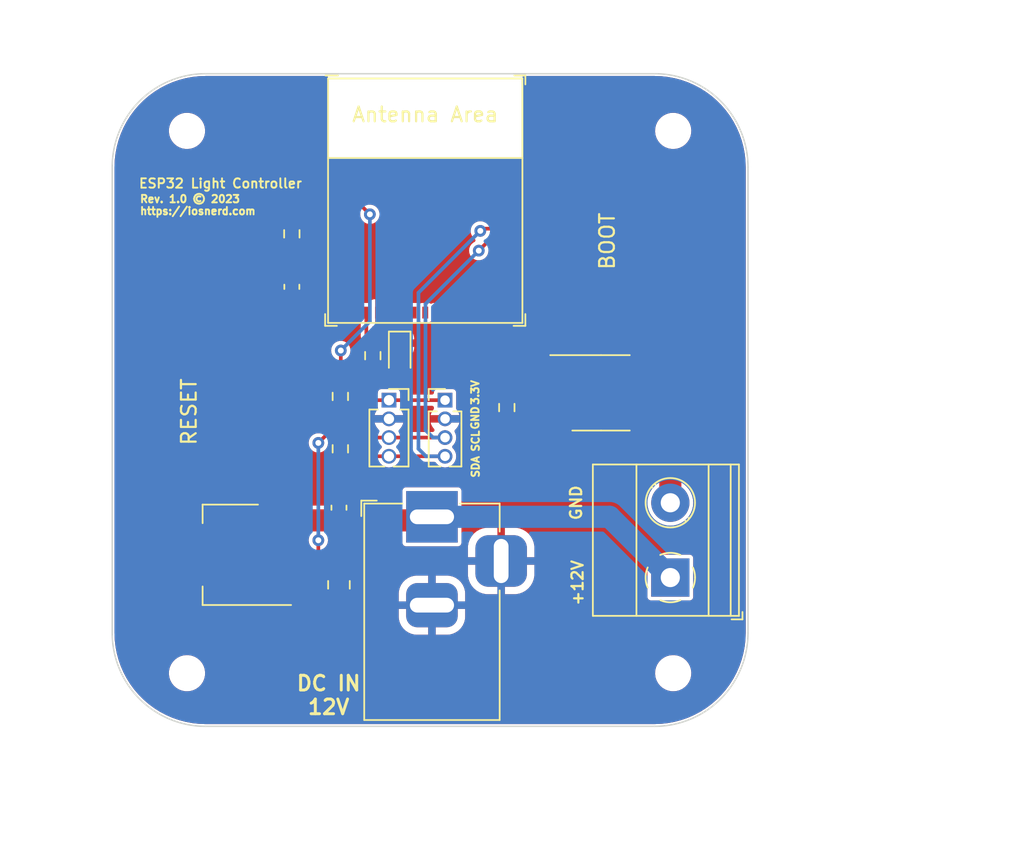
<source format=kicad_pcb>
(kicad_pcb (version 20221018) (generator pcbnew)
  (title_block (title "ESP32 Basic LED Controller") (date "2023-08-30") (rev "v01 Rev1.0") (comment 2 "https://spdx.org/licenses/CERN-OHL-S-2.0.html") (comment 3 "License: CERN-OHL-S-2.0") (comment 4 "Author: Brian Ramirez"))
  (layers (0 "F.Cu" signal) (31 "B.Cu" signal) (34 "B.Paste" user) (35 "F.Paste" user) (36 "B.SilkS" user "B.Silkscreen") (37 "F.SilkS" user "F.Silkscreen") (38 "B.Mask" user) (39 "F.Mask" user) (44 "Edge.Cuts" user))
  (net 0 "")
  (net 1 "+12V")
  (net 2 "GND")
  (net 3 "+3.3V")
  (net 4 "Net-(D1-A)")
  (net 5 "/RESET")
  (net 6 "Net-(J2-Pin_2)")
  (net 7 "/TX")
  (net 8 "Net-(Q1-G)")
  (net 9 "/RX")
  (net 10 "/GPIO8")
  (net 11 "/GPIO2")
  (net 12 "/GPIO9")
  (net 14 "/GPIO3")
  (net 18 "/GPIO0")
  (net 19 "/GPIO1")
  (net 21 "/GPIO10")
  (net 23 "/GPIO4")
  (net 24 "/GPIO5")
  (net 25 "/GPIO6")
  (net 26 "/GPIO7")
  (net 29 "/D-")
  (net 30 "/D+")
  (footprint "Connector_PinSocket_1.27mm:PinSocket_1x04_P1.27mm_Vertical" (layer "F.Cu") (at 120.396 98.298)
    (fp_text reference "U3" hide)
    (fp_text value "I2C_SENS_1" hide)
    (fp_line (start -1.33 0.635) (end -1.33 4.505) (stroke (width 0.12)) (layer "F.SilkS"))
    (fp_line (start -1.33 0.635) (end -0.76 0.635) (stroke (width 0.12)) (layer "F.SilkS"))
    (fp_line (start -1.33 4.505) (end -0.30753 4.505) (stroke (width 0.12)) (layer "F.SilkS"))
    (fp_line (start 0 -0.76) (end 1.33 -0.76) (stroke (width 0.12)) (layer "F.SilkS"))
    (fp_line (start 0.30753 4.505) (end 1.33 4.505) (stroke (width 0.12)) (layer "F.SilkS"))
    (fp_line (start 0.76 0.635) (end 1.33 0.635) (stroke (width 0.12)) (layer "F.SilkS"))
    (fp_line (start 1.33 -0.76) (end 1.33 0) (stroke (width 0.12)) (layer "F.SilkS"))
    (fp_line (start 1.33 0.635) (end 1.33 4.505) (stroke (width 0.12)) (layer "F.SilkS"))
    (pad "1" thru_hole rect (at 0 0) (size 1 1) (drill 0.7) (layers "*.Cu" "*.Mask") (net 3 "+3.3V"))
    (pad "2" thru_hole oval (at 0 1.27) (size 1 1) (drill 0.7) (layers "*.Cu" "*.Mask") (net 2 "GND"))
    (pad "3" thru_hole oval (at 0 2.54) (size 1 1) (drill 0.7) (layers "*.Cu" "*.Mask") (net 9 "/RX"))
    (pad "4" thru_hole oval (at 0 3.81) (size 1 1) (drill 0.7) (layers "*.Cu" "*.Mask") (net 7 "/TX"))
  )
  (footprint "Resistor_SMD:R_0603_1608Metric_Pad0.98x0.95mm_HandSolder" (layer "F.Cu") (at 119.3 95.275 -90)
    (fp_text reference "R5" hide)
    (fp_text value "5.1K" hide)
    (fp_line (start -0.254724 -0.5225) (end 0.254724 -0.5225) (stroke (width 0.12)) (layer "F.SilkS"))
    (fp_line (start -0.254724 0.5225) (end 0.254724 0.5225) (stroke (width 0.12)) (layer "F.SilkS"))
    (pad "1" smd roundrect (at -0.9125 0 270) (size 0.975 0.95) (layers "F.Cu" "F.Paste" "F.Mask") (net 19 "/GPIO1"))
    (pad "2" smd roundrect (at 0.9125 0 270) (size 0.975 0.95) (layers "F.Cu" "F.Paste" "F.Mask") (net 4 "Net-(D1-A)"))
  )
  (footprint "Capacitor_SMD:C_0603_1608Metric_Pad1.08x0.95mm_HandSolder" (layer "F.Cu") (at 117 105.6 90)
    (fp_text reference "C2" hide)
    (fp_text value "100nF" hide)
    (fp_line (start -0.146267 -0.51) (end 0.146267 -0.51) (stroke (width 0.12)) (layer "F.SilkS"))
    (fp_line (start -0.146267 0.51) (end 0.146267 0.51) (stroke (width 0.12)) (layer "F.SilkS"))
    (pad "1" smd roundrect (at -0.8625 0 90) (size 1.075 0.95) (layers "F.Cu" "F.Paste" "F.Mask") (net 1 "+12V"))
    (pad "2" smd roundrect (at 0.8625 0 90) (size 1.075 0.95) (layers "F.Cu" "F.Paste" "F.Mask") (net 2 "GND"))
  )
  (footprint "Capacitor_SMD:C_0805_2012Metric_Pad1.18x1.45mm_HandSolder" (layer "F.Cu") (at 117 110.8375 -90)
    (fp_text reference "C3" hide)
    (fp_text value "10uF" hide)
    (fp_line (start -0.261252 -0.735) (end 0.261252 -0.735) (stroke (width 0.12)) (layer "F.SilkS"))
    (fp_line (start -0.261252 0.735) (end 0.261252 0.735) (stroke (width 0.12)) (layer "F.SilkS"))
    (pad "1" smd roundrect (at -1.0375 0 270) (size 1.175 1.45) (layers "F.Cu" "F.Paste" "F.Mask") (roundrect_rratio 0.2127659574) (net 3 "+3.3V"))
    (pad "2" smd roundrect (at 1.0375 0 270) (size 1.175 1.45) (layers "F.Cu" "F.Paste" "F.Mask") (roundrect_rratio 0.2127659574) (net 2 "GND"))
  )
  (footprint "Resistor_SMD:R_0603_1608Metric_Pad0.98x0.95mm_HandSolder" (layer "F.Cu") (at 117.094 98.044 -90)
    (fp_text reference "R4" hide)
    (fp_text value "4.7K" hide)
    (fp_line (start -0.254724 -0.5225) (end 0.254724 -0.5225) (stroke (width 0.12)) (layer "F.SilkS"))
    (fp_line (start -0.254724 0.5225) (end 0.254724 0.5225) (stroke (width 0.12)) (layer "F.SilkS"))
    (pad "1" smd roundrect (at -0.9125 0 270) (size 0.975 0.95) (layers "F.Cu" "F.Paste" "F.Mask") (net 3 "+3.3V"))
    (pad "2" smd roundrect (at 0.9125 0 270) (size 0.975 0.95) (layers "F.Cu" "F.Paste" "F.Mask") (net 9 "/RX"))
  )
  (footprint "Capacitor_SMD:C_0603_1608Metric_Pad1.08x0.95mm_HandSolder" (layer "F.Cu") (at 113.8 90.6 90)
    (fp_text reference "C1" hide)
    (fp_text value "1μF" hide)
    (fp_line (start -0.146267 -0.51) (end 0.146267 -0.51) (stroke (width 0.12)) (layer "F.SilkS"))
    (fp_line (start -0.146267 0.51) (end 0.146267 0.51) (stroke (width 0.12)) (layer "F.SilkS"))
    (pad "1" smd roundrect (at -0.8625 0 90) (size 1.075 0.95) (layers "F.Cu" "F.Paste" "F.Mask") (net 5 "/RESET"))
    (pad "2" smd roundrect (at 0.8625 0 90) (size 1.075 0.95) (layers "F.Cu" "F.Paste" "F.Mask") (net 2 "GND"))
  )
  (footprint "Resistor_SMD:R_0603_1608Metric_Pad0.98x0.95mm_HandSolder" (layer "F.Cu") (at 128.4 98.8 -90)
    (fp_text reference "R1" hide)
    (fp_text value "220K" hide)
    (fp_line (start -0.254724 -0.5225) (end 0.254724 -0.5225) (stroke (width 0.12)) (layer "F.SilkS"))
    (fp_line (start -0.254724 0.5225) (end 0.254724 0.5225) (stroke (width 0.12)) (layer "F.SilkS"))
    (pad "1" smd roundrect (at -0.9125 0 270) (size 0.975 0.95) (layers "F.Cu" "F.Paste" "F.Mask") (net 10 "/GPIO8"))
    (pad "2" smd roundrect (at 0.9125 0 270) (size 0.975 0.95) (layers "F.Cu" "F.Paste" "F.Mask") (net 8 "Net-(Q1-G)"))
  )
  (footprint "MountingHole:MountingHole_2.2mm_M2_DIN965" (layer "F.Cu") (at 139.7 80.01)
    (fp_text reference "H2" hide)
    (fp_text value "MountingHole" hide)
    (pad "" np_thru_hole circle (at 0 0) (size 2.2 2.2) (drill 2.2) (layers "*.Cu" "*.Mask"))
  )
  (footprint "User:TSA343G00-250J2" (layer "F.Cu") (at 110.75 101.15 90)
    (fp_text reference "SW1" hide)
    (fp_text value "TSA343G00-250J2" hide)
    (pad "1" smd roundrect (at -0.3 -1.45 180) (size 2 1.1) (layers "F.Cu" "F.Paste" "F.Mask") (net 2 "GND"))
    (pad "2" smd roundrect (at 4.2 -1.45 180) (size 2 1.1) (layers "F.Cu" "F.Paste" "F.Mask") (net 5 "/RESET"))
  )
  (footprint "Connector_BarrelJack:BarrelJack_Horizontal" (layer "F.Cu") (at 123.316 106.22 90)
    (fp_text reference "J1" hide)
    (fp_text value "Barrel_Jack_Switch_Pin3Ring" hide)
    (fp_line (start -13.8 -4.6) (end 0.9 -4.6) (stroke (width 0.12)) (layer "F.SilkS"))
    (fp_line (start -13.8 4.6) (end -13.8 -4.6) (stroke (width 0.12)) (layer "F.SilkS"))
    (fp_line (start -5 4.6) (end -13.8 4.6) (stroke (width 0.12)) (layer "F.SilkS"))
    (fp_line (start 0.05 -4.8) (end 1.1 -4.8) (stroke (width 0.12)) (layer "F.SilkS"))
    (fp_line (start 0.9 -4.6) (end 0.9 -2) (stroke (width 0.12)) (layer "F.SilkS"))
    (fp_line (start 0.9 1.9) (end 0.9 4.6) (stroke (width 0.12)) (layer "F.SilkS"))
    (fp_line (start 0.9 4.6) (end -1 4.6) (stroke (width 0.12)) (layer "F.SilkS"))
    (fp_line (start 1.1 -3.75) (end 1.1 -4.8) (stroke (width 0.12)) (layer "F.SilkS"))
    (pad "1" thru_hole rect (at 0 0 90) (size 3.5 3.5) (drill oval 1 3) (layers "*.Cu" "*.Mask") (net 1 "+12V"))
    (pad "2" thru_hole roundrect (at -6 0 90) (size 3 3.5) (drill oval 1 3) (layers "*.Cu" "*.Mask") (net 2 "GND"))
    (pad "3" thru_hole roundrect (at -3 4.7 90) (size 3.5 3.5) (drill oval 3 1) (layers "*.Cu" "*.Mask") (net 2 "GND"))
  )
  (footprint "MountingHole:MountingHole_2.2mm_M2_DIN965" (layer "F.Cu") (at 106.68 80.01)
    (fp_text reference "H1" hide)
    (fp_text value "MountingHole" hide)
    (pad "" np_thru_hole circle (at 0 0) (size 2.2 2.2) (drill 2.2) (layers "*.Cu" "*.Mask"))
  )
  (footprint "User:TSA343G00-250J2" (layer "F.Cu") (at 136.25 85.45 -90)
    (fp_text reference "SW2" hide)
    (fp_text value "TSA343G00-250J2" hide)
    (pad "1" smd roundrect (at -0.3 -1.45) (size 2 1.1) (layers "F.Cu" "F.Paste" "F.Mask") (net 2 "GND"))
    (pad "2" smd roundrect (at 4.2 -1.45) (size 2 1.1) (layers "F.Cu" "F.Paste" "F.Mask") (net 12 "/GPIO9"))
  )
  (footprint "MountingHole:MountingHole_2.2mm_M2_DIN965" (layer "F.Cu") (at 139.7 116.84)
    (fp_text reference "H4" hide)
    (fp_text value "MountingHole" hide)
    (pad "" np_thru_hole circle (at 0 0) (size 2.2 2.2) (drill 2.2) (layers "*.Cu" "*.Mask"))
  )
  (footprint "MountingHole:MountingHole_2.2mm_M2_DIN965" (layer "F.Cu") (at 106.68 116.84)
    (fp_text reference "H3" hide)
    (fp_text value "MountingHole" hide)
    (pad "" np_thru_hole circle (at 0 0) (size 2.2 2.2) (drill 2.2) (layers "*.Cu" "*.Mask"))
  )
  (footprint "Package_TO_SOT_SMD:SOT-223-3_TabPin2" (layer "F.Cu") (at 109.65 108.8 180)
    (fp_text reference "U1" hide)
    (fp_text value "LD1117S33TR_SOT223" hide)
    (fp_line (start -4.1 -3.41) (end 1.91 -3.41) (stroke (width 0.12)) (layer "F.SilkS"))
    (fp_line (start -1.85 3.41) (end 1.91 3.41) (stroke (width 0.12)) (layer "F.SilkS"))
    (fp_line (start 1.91 -3.41) (end 1.91 -2.15) (stroke (width 0.12)) (layer "F.SilkS"))
    (fp_line (start 1.91 3.41) (end 1.91 2.15) (stroke (width 0.12)) (layer "F.SilkS"))
    (pad "1" smd rect (at -3.15 -2.3 180) (size 2 1.5) (layers "F.Cu" "F.Paste" "F.Mask") (net 2 "GND"))
    (pad "2" smd rect (at -3.15 0 180) (size 2 1.5) (layers "F.Cu" "F.Paste" "F.Mask") (net 3 "+3.3V"))
    (pad "2" smd rect (at 3.15 0 180) (size 2 3.8) (layers "F.Cu" "F.Paste" "F.Mask") (net 3 "+3.3V"))
    (pad "3" smd rect (at -3.15 2.3 180) (size 2 1.5) (layers "F.Cu" "F.Paste" "F.Mask") (net 1 "+12V"))
  )
  (footprint "Resistor_SMD:R_0603_1608Metric_Pad0.98x0.95mm_HandSolder" (layer "F.Cu") (at 117.094 101.6 -90)
    (fp_text reference "R3" hide)
    (fp_text value "4.7K" hide)
    (fp_line (start -0.254724 -0.5225) (end 0.254724 -0.5225) (stroke (width 0.12)) (layer "F.SilkS"))
    (fp_line (start -0.254724 0.5225) (end 0.254724 0.5225) (stroke (width 0.12)) (layer "F.SilkS"))
    (pad "1" smd roundrect (at -0.9125 0 270) (size 0.975 0.95) (layers "F.Cu" "F.Paste" "F.Mask") (net 3 "+3.3V"))
    (pad "2" smd roundrect (at 0.9125 0 270) (size 0.975 0.95) (layers "F.Cu" "F.Paste" "F.Mask") (net 7 "/TX"))
  )
  (footprint "PCM_Espressif:ESP32-C3-MINI-1" (layer "F.Cu") (at 122.86 84.75)
    (fp_text reference "U2" hide)
    (fp_text value "ESP32-C3-MINI-1" hide)
    (fp_text user "Antenna Area" (at 0 -5.85) (layer "F.SilkS"))
    (fp_line (start -6.8 7.7) (end -6.8 8.5) (stroke (width 0.12)) (layer "F.SilkS"))
    (fp_line (start -6.8 8.5) (end -6 8.5) (stroke (width 0.12)) (layer "F.SilkS"))
    (fp_line (start -6.6 -8.3) (end 6.6 -8.3) (stroke (width 0.12)) (layer "F.SilkS"))
    (fp_line (start -6.6 -2.9) (end 6.6 -2.9) (stroke (width 0.12)) (layer "F.SilkS"))
    (fp_line (start -6.6 8.3) (end -6.6 -8.3) (stroke (width 0.12)) (layer "F.SilkS"))
    (fp_line (start -5.925 -8.5) (end -6.775 -8.5) (stroke (width 0.12)) (layer "F.SilkS"))
    (fp_line (start 6.05 -8.5) (end 6.8 -8.5) (stroke (width 0.12)) (layer "F.SilkS"))
    (fp_line (start 6.6 -8.3) (end 6.6 8.3) (stroke (width 0.12)) (layer "F.SilkS"))
    (fp_line (start 6.6 8.3) (end -6.6 8.3) (stroke (width 0.12)) (layer "F.SilkS"))
    (fp_line (start 6.8 -8.5) (end 6.8 -7.9) (stroke (width 0.12)) (layer "F.SilkS"))
    (fp_line (start 6.8 7.7) (end 6.8 8.5) (stroke (width 0.12)) (layer "F.SilkS"))
    (fp_line (start 6.8 8.5) (end 6 8.5) (stroke (width 0.12)) (layer "F.SilkS"))
    (pad "1" smd rect (at -5.9 -1.3 90) (size 0.4 0.8) (layers "F.Cu" "F.Paste" "F.Mask") (net 2 "GND"))
    (pad "2" smd rect (at -5.9 -0.5 90) (size 0.4 0.8) (layers "F.Cu" "F.Paste" "F.Mask") (net 2 "GND"))
    (pad "3" smd rect (at -5.9 0.3 90) (size 0.4 0.8) (layers "F.Cu" "F.Paste" "F.Mask") (net 3 "+3.3V"))
    (pad "4" smd rect (at -5.9 1.1 90) (size 0.4 0.8) (layers "F.Cu" "F.Paste" "F.Mask"))
    (pad "5" smd rect (at -5.9 1.9 90) (size 0.4 0.8) (layers "F.Cu" "F.Paste" "F.Mask") (net 11 "/GPIO2"))
    (pad "6" smd rect (at -5.9 2.7 90) (size 0.4 0.8) (layers "F.Cu" "F.Paste" "F.Mask") (net 14 "/GPIO3"))
    (pad "7" smd rect (at -5.9 3.5 90) (size 0.4 0.8) (layers "F.Cu" "F.Paste" "F.Mask"))
    (pad "8" smd rect (at -5.9 4.3 90) (size 0.4 0.8) (layers "F.Cu" "F.Paste" "F.Mask") (net 5 "/RESET"))
    (pad "9" smd rect (at -5.9 5.1 90) (size 0.4 0.8) (layers "F.Cu" "F.Paste" "F.Mask"))
    (pad "10" smd rect (at -5.9 5.9 90) (size 0.4 0.8) (layers "F.Cu" "F.Paste" "F.Mask"))
    (pad "11" smd rect (at -5.9 6.7 90) (size 0.4 0.8) (layers "F.Cu" "F.Paste" "F.Mask") (net 2 "GND"))
    (pad "12" smd rect (at -4.8 7.6) (size 0.4 0.8) (layers "F.Cu" "F.Paste" "F.Mask") (net 18 "/GPIO0"))
    (pad "13" smd rect (at -4 7.6) (size 0.4 0.8) (layers "F.Cu" "F.Paste" "F.Mask") (net 19 "/GPIO1"))
    (pad "14" smd rect (at -3.2 7.6) (size 0.4 0.8) (layers "F.Cu" "F.Paste" "F.Mask") (net 2 "GND"))
    (pad "15" smd rect (at -2.4 7.6) (size 0.4 0.8) (layers "F.Cu" "F.Paste" "F.Mask"))
    (pad "16" smd rect (at -1.6 7.6) (size 0.4 0.8) (layers "F.Cu" "F.Paste" "F.Mask") (net 21 "/GPIO10"))
    (pad "17" smd rect (at -0.8 7.6) (size 0.4 0.8) (layers "F.Cu" "F.Paste" "F.Mask"))
    (pad "18" smd rect (at 0 7.6) (size 0.4 0.8) (layers "F.Cu" "F.Paste" "F.Mask") (net 23 "/GPIO4"))
    (pad "19" smd rect (at 0.8 7.6) (size 0.4 0.8) (layers "F.Cu" "F.Paste" "F.Mask") (net 24 "/GPIO5"))
    (pad "20" smd rect (at 1.6 7.6) (size 0.4 0.8) (layers "F.Cu" "F.Paste" "F.Mask") (net 25 "/GPIO6"))
    (pad "21" smd rect (at 2.4 7.6) (size 0.4 0.8) (layers "F.Cu" "F.Paste" "F.Mask") (net 26 "/GPIO7"))
    (pad "22" smd rect (at 3.2 7.6) (size 0.4 0.8) (layers "F.Cu" "F.Paste" "F.Mask") (net 10 "/GPIO8"))
    (pad "23" smd rect (at 4 7.6) (size 0.4 0.8) (layers "F.Cu" "F.Paste" "F.Mask") (net 12 "/GPIO9"))
    (pad "24" smd rect (at 4.8 7.6) (size 0.4 0.8) (layers "F.Cu" "F.Paste" "F.Mask"))
    (pad "25" smd rect (at 5.9 6.7 90) (size 0.4 0.8) (layers "F.Cu" "F.Paste" "F.Mask"))
    (pad "26" smd rect (at 5.9 5.9 90) (size 0.4 0.8) (layers "F.Cu" "F.Paste" "F.Mask") (net 29 "/D-"))
    (pad "27" smd rect (at 5.9 5.1 90) (size 0.4 0.8) (layers "F.Cu" "F.Paste" "F.Mask") (net 30 "/D+"))
    (pad "28" smd rect (at 5.9 4.3 90) (size 0.4 0.8) (layers "F.Cu" "F.Paste" "F.Mask"))
    (pad "29" smd rect (at 5.9 3.5 90) (size 0.4 0.8) (layers "F.Cu" "F.Paste" "F.Mask"))
    (pad "30" smd rect (at 5.9 2.7 90) (size 0.4 0.8) (layers "F.Cu" "F.Paste" "F.Mask") (net 9 "/RX"))
    (pad "31" smd rect (at 5.9 1.9 90) (size 0.4 0.8) (layers "F.Cu" "F.Paste" "F.Mask") (net 7 "/TX"))
    (pad "32" smd rect (at 5.9 1.1 90) (size 0.4 0.8) (layers "F.Cu" "F.Paste" "F.Mask"))
    (pad "33" smd rect (at 5.9 0.3 90) (size 0.4 0.8) (layers "F.Cu" "F.Paste" "F.Mask"))
    (pad "34" smd rect (at 5.9 -0.5 90) (size 0.4 0.8) (layers "F.Cu" "F.Paste" "F.Mask"))
    (pad "35" smd rect (at 5.9 -1.3 90) (size 0.4 0.8) (layers "F.Cu" "F.Paste" "F.Mask"))
    (pad "36" smd rect (at 4.8 -2.2) (size 0.4 0.8) (layers "F.Cu" "F.Paste" "F.Mask") (net 2 "GND"))
    (pad "37" smd rect (at 4 -2.2) (size 0.4 0.8) (layers "F.Cu" "F.Paste" "F.Mask") (net 2 "GND"))
    (pad "38" smd rect (at 3.2 -2.2) (size 0.4 0.8) (layers "F.Cu" "F.Paste" "F.Mask") (net 2 "GND"))
    (pad "39" smd rect (at 2.4 -2.2) (size 0.4 0.8) (layers "F.Cu" "F.Paste" "F.Mask") (net 2 "GND"))
    (pad "40" smd rect (at 1.6 -2.2) (size 0.4 0.8) (layers "F.Cu" "F.Paste" "F.Mask") (net 2 "GND"))
    (pad "41" smd rect (at 0.8 -2.2) (size 0.4 0.8) (layers "F.Cu" "F.Paste" "F.Mask") (net 2 "GND"))
    (pad "42" smd rect (at 0 -2.2) (size 0.4 0.8) (layers "F.Cu" "F.Paste" "F.Mask") (net 2 "GND"))
    (pad "43" smd rect (at -0.8 -2.2) (size 0.4 0.8) (layers "F.Cu" "F.Paste" "F.Mask") (net 2 "GND"))
    (pad "44" smd rect (at -1.6 -2.2) (size 0.4 0.8) (layers "F.Cu" "F.Paste" "F.Mask") (net 2 "GND"))
    (pad "45" smd rect (at -2.4 -2.2) (size 0.4 0.8) (layers "F.Cu" "F.Paste" "F.Mask") (net 2 "GND"))
    (pad "46" smd rect (at -3.2 -2.2) (size 0.4 0.8) (layers "F.Cu" "F.Paste" "F.Mask") (net 2 "GND"))
    (pad "47" smd rect (at -4 -2.2) (size 0.4 0.8) (layers "F.Cu" "F.Paste" "F.Mask") (net 2 "GND"))
    (pad "48" smd rect (at -4.8 -2.2) (size 0.4 0.8) (layers "F.Cu" "F.Paste" "F.Mask") (net 2 "GND"))
    (pad "49" smd custom (at -1.975 0.725) (size 0.8 0.8) (layers "F.Cu" "F.Paste" "F.Mask") (net 2 "GND") (options (clearance outline) (anchor rect)) (primitives (gr_poly (pts (xy 0.725 0.725) (xy -0.725 0.725) (xy -0.725 -0.125) (xy -0.125 -0.725) (xy 0.725 -0.725)) (width 0) (fill yes))))
    (pad "49" smd rect (at -1.975 2.7 90) (size 1.45 1.45) (layers "F.Cu" "F.Paste" "F.Mask") (net 2 "GND"))
    (pad "49" smd rect (at -1.975 4.675 90) (size 1.45 1.45) (layers "F.Cu" "F.Paste" "F.Mask") (net 2 "GND"))
    (pad "49" smd rect (at 0 0.725 90) (size 1.45 1.45) (layers "F.Cu" "F.Paste" "F.Mask") (net 2 "GND"))
    (pad "49" smd rect (at 0 2.7 90) (size 1.45 1.45) (layers "F.Cu" "F.Paste" "F.Mask") (net 2 "GND"))
    (pad "49" smd rect (at 0 4.675 90) (size 1.45 1.45) (layers "F.Cu" "F.Paste" "F.Mask") (net 2 "GND"))
    (pad "49" smd rect (at 1.975 0.725 90) (size 1.45 1.45) (layers "F.Cu" "F.Paste" "F.Mask") (net 2 "GND"))
    (pad "49" smd rect (at 1.975 2.7 90) (size 1.45 1.45) (layers "F.Cu" "F.Paste" "F.Mask") (net 2 "GND"))
    (pad "49" smd rect (at 1.975 4.675 90) (size 1.45 1.45) (layers "F.Cu" "F.Paste" "F.Mask") (net 2 "GND"))
    (pad "50" smd rect (at 5.95 -2.25 90) (size 0.7 0.7) (layers "F.Cu" "F.Paste" "F.Mask") (net 2 "GND"))
    (pad "51" smd rect (at 5.95 7.65 90) (size 0.7 0.7) (layers "F.Cu" "F.Paste" "F.Mask") (net 2 "GND"))
    (pad "52" smd rect (at -5.95 7.65 90) (size 0.7 0.7) (layers "F.Cu" "F.Paste" "F.Mask") (net 2 "GND"))
    (pad "53" smd rect (at -5.95 -2.25 90) (size 0.7 0.7) (layers "F.Cu" "F.Paste" "F.Mask") (net 2 "GND"))
    (zone (net 0) (net_name "") (layers "*.Cu") (name "antenna keepout") (connect_pads (clearance 0)) (min_thickness 0.254)
      (keepout (tracks not_allowed) (vias not_allowed) (pads not_allowed) (copperpour not_allowed) (footprints not_allowed))
      (fill (thermal_gap 0.508) (thermal_bridge_width 0.508))
      (polygon (pts (xy 129.46 81.85) (xy 116.26 81.85) (xy 116.26 76.45) (xy 129.46 76.45)))
    )
  )
  (footprint "Connector_PinHeader_1.27mm:PinHeader_1x04_P1.27mm_Vertical" (layer "F.Cu") (at 124.206 98.298)
    (fp_text reference "J3" hide)
    (fp_text value "Conn_01x04" hide)
    (fp_line (start -1.11 -0.76) (end 0 -0.76) (stroke (width 0.12)) (layer "F.SilkS"))
    (fp_line (start -1.11 0) (end -1.11 -0.76) (stroke (width 0.12)) (layer "F.SilkS"))
    (fp_line (start -1.11 0.76) (end -1.11 4.505) (stroke (width 0.12)) (layer "F.SilkS"))
    (fp_line (start -1.11 0.76) (end -0.563471 0.76) (stroke (width 0.12)) (layer "F.SilkS"))
    (fp_line (start -1.11 4.505) (end -0.30753 4.505) (stroke (width 0.12)) (layer "F.SilkS"))
    (fp_line (start 0.30753 4.505) (end 1.11 4.505) (stroke (width 0.12)) (layer "F.SilkS"))
    (fp_line (start 0.563471 0.76) (end 1.11 0.76) (stroke (width 0.12)) (layer "F.SilkS"))
    (fp_line (start 1.11 0.76) (end 1.11 4.505) (stroke (width 0.12)) (layer "F.SilkS"))
    (pad "1" thru_hole rect (at 0 0) (size 1 1) (drill 0.65) (layers "*.Cu" "*.Mask") (net 3 "+3.3V"))
    (pad "2" thru_hole oval (at 0 1.27) (size 1 1) (drill 0.65) (layers "*.Cu" "*.Mask") (net 2 "GND"))
    (pad "3" thru_hole oval (at 0 2.54) (size 1 1) (drill 0.65) (layers "*.Cu" "*.Mask") (net 9 "/RX"))
    (pad "4" thru_hole oval (at 0 3.81) (size 1 1) (drill 0.65) (layers "*.Cu" "*.Mask") (net 7 "/TX"))
  )
  (footprint "Package_SO:SOIC-8_3.9x4.9mm_P1.27mm" (layer "F.Cu") (at 134.8 97.8)
    (fp_text reference "Q1" hide)
    (fp_text value "IRF8721PBF-1" hide)
    (fp_line (start 0 -2.56) (end -3.45 -2.56) (stroke (width 0.12)) (layer "F.SilkS"))
    (fp_line (start 0 -2.56) (end 1.95 -2.56) (stroke (width 0.12)) (layer "F.SilkS"))
    (fp_line (start 0 2.56) (end -1.95 2.56) (stroke (width 0.12)) (layer "F.SilkS"))
    (fp_line (start 0 2.56) (end 1.95 2.56) (stroke (width 0.12)) (layer "F.SilkS"))
    (pad "1" smd roundrect (at -2.475 -1.905) (size 1.95 0.6) (layers "F.Cu" "F.Paste" "F.Mask") (net 2 "GND"))
    (pad "2" smd roundrect (at -2.475 -0.635) (size 1.95 0.6) (layers "F.Cu" "F.Paste" "F.Mask") (net 2 "GND"))
    (pad "3" smd roundrect (at -2.475 0.635) (size 1.95 0.6) (layers "F.Cu" "F.Paste" "F.Mask") (net 2 "GND"))
    (pad "4" smd roundrect (at -2.475 1.905) (size 1.95 0.6) (layers "F.Cu" "F.Paste" "F.Mask") (net 8 "Net-(Q1-G)"))
    (pad "5" smd roundrect (at 2.475 1.905) (size 1.95 0.6) (layers "F.Cu" "F.Paste" "F.Mask") (net 6 "Net-(J2-Pin_2)"))
    (pad "6" smd roundrect (at 2.475 0.635) (size 1.95 0.6) (layers "F.Cu" "F.Paste" "F.Mask") (net 6 "Net-(J2-Pin_2)"))
    (pad "7" smd roundrect (at 2.475 -0.635) (size 1.95 0.6) (layers "F.Cu" "F.Paste" "F.Mask") (net 6 "Net-(J2-Pin_2)"))
    (pad "8" smd roundrect (at 2.475 -1.905) (size 1.95 0.6) (layers "F.Cu" "F.Paste" "F.Mask") (net 6 "Net-(J2-Pin_2)"))
  )
  (footprint "Resistor_SMD:R_0603_1608Metric_Pad0.98x0.95mm_HandSolder" (layer "F.Cu") (at 113.8 87 -90)
    (fp_text reference "R2" hide)
    (fp_text value "5.1K" hide)
    (fp_line (start -0.254724 -0.5225) (end 0.254724 -0.5225) (stroke (width 0.12)) (layer "F.SilkS"))
    (fp_line (start -0.254724 0.5225) (end 0.254724 0.5225) (stroke (width 0.12)) (layer "F.SilkS"))
    (pad "1" smd roundrect (at -0.9125 0 270) (size 0.975 0.95) (layers "F.Cu" "F.Paste" "F.Mask") (net 3 "+3.3V"))
    (pad "2" smd roundrect (at 0.9125 0 270) (size 0.975 0.95) (layers "F.Cu" "F.Paste" "F.Mask") (net 5 "/RESET"))
  )
  (footprint "TerminalBlock_Phoenix:TerminalBlock_Phoenix_MKDS-1,5-2-5.08_1x02_P5.08mm_Horizontal" (layer "F.Cu") (at 139.505 110.345 90)
    (fp_text reference "J2" hide)
    (fp_text value "Screw_Terminal_01x02" hide)
    (fp_line (start -2.84 4.16) (end -2.84 4.9) (stroke (width 0.12)) (layer "F.SilkS"))
    (fp_line (start -2.84 4.9) (end -2.34 4.9) (stroke (width 0.12)) (layer "F.SilkS"))
    (fp_line (start -2.6 -5.261) (end -2.6 4.66) (stroke (width 0.12)) (layer "F.SilkS"))
    (fp_line (start -2.6 -5.261) (end 7.68 -5.261) (stroke (width 0.12)) (layer "F.SilkS"))
    (fp_line (start -2.6 -2.301) (end 7.68 -2.301) (stroke (width 0.12)) (layer "F.SilkS"))
    (fp_line (start -2.6 2.6) (end 7.68 2.6) (stroke (width 0.12)) (layer "F.SilkS"))
    (fp_line (start -2.6 4.1) (end 7.68 4.1) (stroke (width 0.12)) (layer "F.SilkS"))
    (fp_line (start -2.6 4.66) (end 7.68 4.66) (stroke (width 0.12)) (layer "F.SilkS"))
    (fp_line (start 3.853 1.023) (end 3.806 1.069) (stroke (width 0.12)) (layer "F.SilkS"))
    (fp_line (start 4.046 1.239) (end 4.011 1.274) (stroke (width 0.12)) (layer "F.SilkS"))
    (fp_line (start 6.15 -1.275) (end 6.115 -1.239) (stroke (width 0.12)) (layer "F.SilkS"))
    (fp_line (start 6.355 -1.069) (end 6.308 -1.023) (stroke (width 0.12)) (layer "F.SilkS"))
    (fp_line (start 7.68 -5.261) (end 7.68 4.66) (stroke (width 0.12)) (layer "F.SilkS"))
    (fp_arc (start -1.535427 0.683042) (mid -1.680501 -0.000524) (end -1.535 -0.684) (stroke (width 0.12)) (layer "F.SilkS"))
    (fp_arc (start -0.683042 -1.535427) (mid 0.000524 -1.680501) (end 0.684 -1.535) (stroke (width 0.12)) (layer "F.SilkS"))
    (fp_arc (start 0.028805 1.680253) (mid -0.335551 1.646659) (end -0.684 1.535) (stroke (width 0.12)) (layer "F.SilkS"))
    (fp_arc (start 0.683318 1.534756) (mid 0.349292 1.643288) (end 0 1.68) (stroke (width 0.12)) (layer "F.SilkS"))
    (fp_arc (start 1.535427 -0.683042) (mid 1.680501 0.000524) (end 1.535 0.684) (stroke (width 0.12)) (layer "F.SilkS"))
    (fp_circle (center 5.08 0) (end 6.76 0) (stroke (width 0.12)) (fill none) (layer "F.SilkS"))
    (pad "1" thru_hole rect (at 0 0 90) (size 2.6 2.6) (drill 1.3) (layers "*.Cu" "*.Mask") (net 1 "+12V"))
    (pad "2" thru_hole circle (at 5.08 0 90) (size 2.6 2.6) (drill 1.3) (layers "*.Cu" "*.Mask") (net 6 "Net-(J2-Pin_2)"))
  )
  (footprint "LED_SMD:LED_0603_1608Metric_Pad1.05x0.95mm_HandSolder" (layer "F.Cu") (at 121.125 95.3 -90)
    (fp_text reference "D1" hide)
    (fp_text value "LED" hide)
    (fp_line (start -1.66 -0.735) (end -1.66 0.735) (stroke (width 0.12)) (layer "F.SilkS"))
    (fp_line (start -1.66 0.735) (end 0.8 0.735) (stroke (width 0.12)) (layer "F.SilkS"))
    (fp_line (start 0.8 -0.735) (end -1.66 -0.735) (stroke (width 0.12)) (layer "F.SilkS"))
    (pad "1" smd roundrect (at -0.875 0 270) (size 1.05 0.95) (layers "F.Cu" "F.Paste" "F.Mask") (net 2 "GND"))
    (pad "2" smd roundrect (at 0.875 0 270) (size 1.05 0.95) (layers "F.Cu" "F.Paste" "F.Mask") (net 4 "Net-(D1-A)"))
  )
  (gr_arc (start 101.6 82.475) (mid 103.459872 77.984872) (end 107.95 76.125) (stroke (width 0.1)) (layer "Edge.Cuts"))
  (gr_arc (start 107.95 120.45) (mid 103.459872 118.590128) (end 101.6 114.1) (stroke (width 0.1)) (layer "Edge.Cuts"))
  (gr_line (start 107.95 120.45) (end 138.43 120.45) (stroke (width 0.1)) (layer "Edge.Cuts"))
  (gr_line (start 138.43 76.125) (end 107.95 76.125) (stroke (width 0.1)) (layer "Edge.Cuts"))
  (gr_line (start 144.78 114.1) (end 144.78 82.475) (stroke (width 0.1)) (layer "Edge.Cuts"))
  (gr_arc (start 144.78 114.1) (mid 142.920128 118.590128) (end 138.43 120.45) (stroke (width 0.1)) (layer "Edge.Cuts"))
  (gr_arc (start 138.43 76.125) (mid 142.920128 77.984872) (end 144.78 82.475) (stroke (width 0.1)) (layer "Edge.Cuts"))
  (gr_line (start 101.6 82.475) (end 101.6 114.1) (stroke (width 0.1)) (layer "Edge.Cuts"))
  (gr_text "DC IN\n12V" (at 116.3 119.725) (layer "F.SilkS") (effects (font (size 1 1) (thickness 0.2) bold) (justify bottom)))
  (gr_text "SCL" (at 126.575 101.075 90) (layer "F.SilkS") (effects (font (size 0.508 0.508) (thickness 0.127) bold) (justify bottom)))
  (gr_text "3.3V" (at 126.55 97.775 90) (layer "F.SilkS") (effects (font (size 0.508 0.508) (thickness 0.127) bold) (justify bottom)))
  (gr_text "GND" (at 126.55 99.5 90) (layer "F.SilkS") (effects (font (size 0.508 0.508) (thickness 0.127) bold) (justify bottom)))
  (gr_text "ESP32 Light Controller" (at 103.35 83.95) (layer "F.SilkS") (effects (font (size 0.635 0.635) (thickness 0.127)) (justify left bottom)))
  (gr_text "BOOT" (at 135.8 89.525 90) (layer "F.SilkS") (effects (font (size 1 1)) (justify left bottom)))
  (gr_text "GND" (at 133.55 106.525 90) (layer "F.SilkS") (effects (font (size 0.762 0.762)) (justify left bottom)))
  (gr_text "Rev. 1.0 © 2023\nhttps://iosnerd.com" (at 103.425 85.75) (layer "F.SilkS") (effects (font (size 0.508 0.508) (thickness 0.127) bold) (justify left bottom)))
  (gr_text "+12V" (at 133.65 112.325 90) (layer "F.SilkS") (effects (font (size 0.762 0.762)) (justify left bottom)))
  (gr_text "RESET" (at 107.4 101.45 90) (layer "F.SilkS") (effects (font (size 1 1)) (justify left bottom)))
  (gr_text "SDA" (at 126.575 102.825 90) (layer "F.SilkS") (effects (font (size 0.508 0.508) (thickness 0.127) bold) (justify bottom)))
  (segment (start 112.8375 106.4625) (end 112.8 106.5) (width 1.500124) (layer "F.Cu") (net 1))
  (segment (start 117 106.4625) (end 112.8375 106.4625) (width 1.500124) (layer "F.Cu") (net 1))
  (segment (start 123.0735 106.4625) (end 117 106.4625) (width 1.500124) (layer "F.Cu") (net 1))
  (segment (start 123.316 106.22) (end 123.0735 106.4625) (width 1.500124) (layer "F.Cu") (net 1))
  (segment (start 135.38 106.22) (end 139.505 110.345) (width 1.500124) (layer "B.Cu") (net 1))
  (segment (start 123.316 106.22) (end 135.38 106.22) (width 1.500124) (layer "B.Cu") (net 1))
  (segment (start 116.96 85.05) (end 118.475 85.05) (width 0.25) (layer "F.Cu") (net 3))
  (segment (start 117.094 97.1315) (end 118.2605 98.298) (width 0.25) (layer "F.Cu") (net 3))
  (segment (start 120.396 98.298) (end 124.206 98.298) (width 0.25) (layer "F.Cu") (net 3))
  (segment (start 114.8375 85.05) (end 116.96 85.05) (width 0.25) (layer "F.Cu") (net 3))
  (segment (start 113.8 86.0875) (end 114.8375 85.05) (width 0.25) (layer "F.Cu") (net 3))
  (segment (start 115.8 108.8) (end 116 108.8) (width 0.25) (layer "F.Cu") (net 3))
  (segment (start 116.294 97.9315) (end 117.094 97.1315) (width 0.25) (layer "F.Cu") (net 3))
  (segment (start 116 108.8) (end 117 109.8) (width 0.25) (layer "F.Cu") (net 3))
  (segment (start 118.475 85.05) (end 119.1 85.675) (width 0.25) (layer "F.Cu") (net 3))
  (segment (start 117.125 94.925) (end 117.125 97.1005) (width 0.25) (layer "F.Cu") (net 3))
  (segment (start 115.6 107.812062) (end 115.6 108.6) (width 0.25) (layer "F.Cu") (net 3))
  (segment (start 117.094 100.6875) (end 116.1125 100.6875) (width 0.25) (layer "F.Cu") (net 3))
  (segment (start 117.094 100.6875) (end 116.294 99.8875) (width 0.25) (layer "F.Cu") (net 3))
  (segment (start 112.8 108.8) (end 115.8 108.8) (width 0.25) (layer "F.Cu") (net 3))
  (segment (start 117.125 97.1005) (end 117.094 97.1315) (width 0.25) (layer "F.Cu") (net 3))
  (segment (start 115.6 108.6) (end 115.8 108.8) (width 0.25) (layer "F.Cu") (net 3))
  (segment (start 118.2605 98.298) (end 120.396 98.298) (width 0.25) (layer "F.Cu") (net 3))
  (segment (start 112.8 108.8) (end 106.5 108.8) (width 0.25) (layer "F.Cu") (net 3))
  (segment (start 116.1125 100.6875) (end 115.6 101.2) (width 0.25) (layer "F.Cu") (net 3))
  (segment (start 116.294 99.8875) (end 116.294 97.9315) (width 0.25) (layer "F.Cu") (net 3))
  (via (at 117.125 94.925) (size 0.8) (drill 0.4) (layers "F.Cu" "B.Cu") (net 3))
  (via (at 119.1 85.675) (size 0.8) (drill 0.4) (layers "F.Cu" "B.Cu") (net 3))
  (via (at 115.6 107.812062) (size 0.8) (drill 0.4) (layers "F.Cu" "B.Cu") (net 3))
  (via (at 115.6 101.2) (size 0.8) (drill 0.4) (layers "F.Cu" "B.Cu") (net 3))
  (segment (start 115.6 101.2) (end 115.6 107.812062) (width 0.25) (layer "B.Cu") (net 3))
  (segment (start 119.1 92.95) (end 117.125 94.925) (width 0.25) (layer "B.Cu") (net 3))
  (segment (start 119.1 85.675) (end 119.1 92.95) (width 0.25) (layer "B.Cu") (net 3))
  (segment (start 121.1125 96.1875) (end 121.125 96.175) (width 0.25) (layer "F.Cu") (net 4))
  (segment (start 119.3 96.1875) (end 121.1125 96.1875) (width 0.25) (layer "F.Cu") (net 4))
  (segment (start 113.8 87.9125) (end 114.9375 89.05) (width 0.25) (layer "F.Cu") (net 5))
  (segment (start 113 88.7125) (end 113.8 87.9125) (width 0.25) (layer "F.Cu") (net 5))
  (segment (start 113 90.6625) (end 113 88.7125) (width 0.25) (layer "F.Cu") (net 5))
  (segment (start 113.8 95.8) (end 112.6 97) (width 0.25) (layer "F.Cu") (net 5))
  (segment (start 109.35 97) (end 109.3 96.95) (width 0.25) (layer "F.Cu") (net 5))
  (segment (start 113.8 91.4625) (end 113.8 95.8) (width 0.25) (layer "F.Cu") (net 5))
  (segment (start 113.8 91.4625) (end 113 90.6625) (width 0.25) (layer "F.Cu") (net 5))
  (segment (start 114.9375 89.05) (end 116.96 89.05) (width 0.25) (layer "F.Cu") (net 5))
  (segment (start 112.6 97) (end 109.35 97) (width 0.25) (layer "F.Cu") (net 5))
  (segment (start 137.275 99.705) (end 137.275 95.895) (width 1.500124) (layer "F.Cu") (net 6))
  (segment (start 139.505 105.265) (end 139.505 101.935) (width 1.500124) (layer "F.Cu") (net 6))
  (segment (start 139.505 101.935) (end 137.275 99.705) (width 1.500124) (layer "F.Cu") (net 6))
  (segment (start 128.76 86.65) (end 126.75 86.65) (width 0.25) (layer "F.Cu") (net 7))
  (segment (start 126.75 86.65) (end 126.6 86.8) (width 0.25) (layer "F.Cu") (net 7))
  (segment (start 120.396 102.108) (end 124.206 102.108) (width 0.25) (layer "F.Cu") (net 7))
  (segment (start 117.4985 102.108) (end 120.396 102.108) (width 0.25) (layer "F.Cu") (net 7))
  (segment (start 117.094 102.5125) (end 117.4985 102.108) (width 0.25) (layer "F.Cu") (net 7))
  (via (at 126.6 86.8) (size 0.8) (drill 0.4) (layers "F.Cu" "B.Cu") (net 7))
  (segment (start 122.908 102.108) (end 124.206 102.108) (width 0.25) (layer "B.Cu") (net 7))
  (segment (start 122.4 91) (end 122.4 101.6) (width 0.25) (layer "B.Cu") (net 7))
  (segment (start 122.4 101.6) (end 122.908 102.108) (width 0.25) (layer "B.Cu") (net 7))
  (segment (start 126.6 86.8) (end 122.4 91) (width 0.25) (layer "B.Cu") (net 7))
  (segment (start 128.4 99.7125) (end 132.3175 99.7125) (width 0.25) (layer "F.Cu") (net 8))
  (segment (start 132.3175 99.7125) (end 132.325 99.705) (width 0.25) (layer "F.Cu") (net 8))
  (segment (start 118.9755 100.838) (end 120.396 100.838) (width 0.25) (layer "F.Cu") (net 9))
  (segment (start 127.188598 87.45) (end 126.496299 88.142299) (width 0.25) (layer "F.Cu") (net 9))
  (segment (start 117.094 98.9565) (end 118.9755 100.838) (width 0.25) (layer "F.Cu") (net 9))
  (segment (start 120.396 100.838) (end 124.206 100.838) (width 0.25) (layer "F.Cu") (net 9))
  (segment (start 128.76 87.45) (end 127.188598 87.45) (width 0.25) (layer "F.Cu") (net 9))
  (via (at 126.496299 88.142299) (size 0.8) (drill 0.4) (layers "F.Cu" "B.Cu") (net 9))
  (segment (start 122.878 91.760598) (end 122.878 100.33) (width 0.25) (layer "B.Cu") (net 9))
  (segment (start 122.878 100.33) (end 123.386 100.838) (width 0.25) (layer "B.Cu") (net 9))
  (segment (start 123.386 100.838) (end 124.206 100.838) (width 0.25) (layer "B.Cu") (net 9))
  (segment (start 126.496299 88.142299) (end 122.878 91.760598) (width 0.25) (layer "B.Cu") (net 9))
  (segment (start 126.06 95.5475) (end 128.4 97.8875) (width 0.25) (layer "F.Cu") (net 10))
  (segment (start 126.06 92.35) (end 126.06 95.5475) (width 0.25) (layer "F.Cu") (net 10))
  (segment (start 127.8 93.8) (end 126.86 92.86) (width 0.25) (layer "F.Cu") (net 12))
  (segment (start 137.7 89.65) (end 133.55 93.8) (width 0.25) (layer "F.Cu") (net 12))
  (segment (start 133.55 93.8) (end 127.8 93.8) (width 0.25) (layer "F.Cu") (net 12))
  (segment (start 126.86 92.86) (end 126.86 92.35) (width 0.25) (layer "F.Cu") (net 12))
  (segment (start 118.86 93.9225) (end 118.86 92.35) (width 0.25) (layer "F.Cu") (net 19))
  (segment (start 119.3 94.3625) (end 118.86 93.9225) (width 0.25) (layer "F.Cu") (net 19))
  (zone (net 2) (net_name "GND") (layer "F.Cu") (connect_pads (clearance 0.254)) (min_thickness 0.254) (fill yes (thermal_gap 0.508) (thermal_bridge_width 0.508))
    (polygon (pts (xy 93.98 71.12) (xy 152.4 71.12) (xy 152.4 125.135) (xy 93.98 125.135)))
  )
  (zone (net 2) (net_name "GND") (layer "B.Cu") (priority 1) (connect_pads (clearance 0.254)) (min_thickness 0.254) (fill yes (thermal_gap 0.508) (thermal_bridge_width 0.508))
    (polygon (pts (xy 93.98 71.12) (xy 152.4 71.12) (xy 152.4 125.16) (xy 93.98 125.16)))
  )
)
</source>
